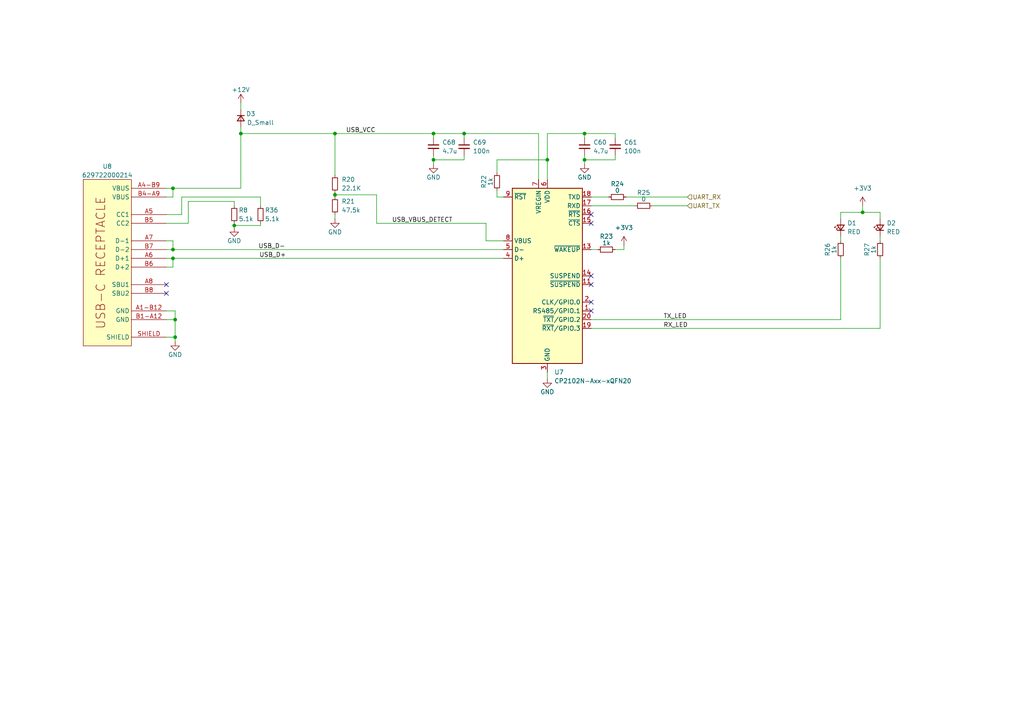
<source format=kicad_sch>
(kicad_sch (version 20211123) (generator eeschema)
  (paper "A4")
  (lib_symbols
    (symbol "Device:C_Small" (pin_numbers hide) (pin_names (offset 0.254) hide)
      (property "Reference" "C" (at 0.254 1.778 0))
      (property "Value" "C_Small" (at 0.254 -2.032 0))
      (symbol "C_Small_0_1"
        (polyline (pts (xy -1.524 -0.508) (xy 1.524 -0.508)) (stroke (width 0.3302)))
        (polyline (pts (xy -1.524 0.508) (xy 1.524 0.508)) (stroke (width 0.3048)))
      )
      (symbol "C_Small_1_1"
        (pin passive line (at 0 2.54 270) (length 2.032) (name "~") (number "1"))
        (pin passive line (at 0 -2.54 90) (length 2.032) (name "~") (number "2"))
      )
    )
    (symbol "Device:D_Small" (pin_numbers hide) (pin_names (offset 0.254) hide)
      (property "Reference" "D" (at -1.27 2.032 0))
      (property "Value" "D_Small" (at -3.81 -2.032 0))
      (symbol "D_Small_0_1"
        (polyline (pts (xy -0.762 -1.016) (xy -0.762 1.016)) (stroke (width 0.254)))
        (polyline (pts (xy -0.762 0) (xy 0.762 0)))
        (polyline (pts (xy 0.762 -1.016) (xy -0.762 0) (xy 0.762 1.016) (xy 0.762 -1.016)) (stroke (width 0.254)))
      )
      (symbol "D_Small_1_1"
        (pin passive line (at -2.54 0 0) (length 1.778) (name "K") (number "1"))
        (pin passive line (at 2.54 0 180) (length 1.778) (name "A") (number "2"))
      )
    )
    (symbol "Device:LED_Small" (pin_numbers hide) (pin_names (offset 0.254) hide)
      (property "Reference" "D" (at -1.27 3.175 0))
      (property "Value" "LED_Small" (at -4.445 -2.54 0))
      (symbol "LED_Small_0_1"
        (polyline (pts (xy -0.762 -1.016) (xy -0.762 1.016)) (stroke (width 0.254)))
        (polyline (pts (xy 1.016 0) (xy -0.762 0)))
        (polyline (pts (xy 0.762 -1.016) (xy -0.762 0) (xy 0.762 1.016) (xy 0.762 -1.016)) (stroke (width 0.254)))
        (polyline (pts (xy 0 0.762) (xy -0.508 1.27) (xy -0.254 1.27) (xy -0.508 1.27) (xy -0.508 1.016)))
        (polyline (pts (xy 0.508 1.27) (xy 0 1.778) (xy 0.254 1.778) (xy 0 1.778) (xy 0 1.524)))
      )
      (symbol "LED_Small_1_1"
        (pin passive line (at -2.54 0 0) (length 1.778) (name "K") (number "1"))
        (pin passive line (at 2.54 0 180) (length 1.778) (name "A") (number "2"))
      )
    )
    (symbol "Device:R_Small" (pin_numbers hide) (pin_names (offset 0.254) hide)
      (property "Reference" "R" (at 0.762 0.508 0))
      (property "Value" "R_Small" (at 0.762 -1.016 0))
      (symbol "R_Small_0_1"
        (rectangle (start -0.762 1.778) (end 0.762 -1.778) (stroke (width 0.2032)))
      )
      (symbol "R_Small_1_1"
        (pin passive line (at 0 2.54 270) (length 0.762) (name "~") (number "1"))
        (pin passive line (at 0 -2.54 90) (length 0.762) (name "~") (number "2"))
      )
    )
    (symbol "Interface_USB:CP2102N-Axx-xQFN20"
      (property "Reference" "U" (at -8.89 26.67 0))
      (property "Value" "CP2102N-Axx-xQFN20" (at 12.7 26.67 0))
      (symbol "CP2102N-Axx-xQFN20_0_1"
        (rectangle (start -10.16 25.4) (end 10.16 -25.4) (stroke (width 0.254)) (fill (type background)))
      )
      (symbol "CP2102N-Axx-xQFN20_1_1"
        (pin bidirectional line (at 12.7 -10.16 180) (length 2.54) (name "RS485/GPIO.1") (number "1"))
        (pin no_connect line (at -10.16 -22.86 0) (length 2.54) hide (name "NC") (number "10"))
        (pin output line (at 12.7 -2.54 180) (length 2.54) (name "~{SUSPEND}") (number "11"))
        (pin passive line (at 0 -27.94 90) (length 2.54) hide (name "GND") (number "12"))
        (pin input line (at 12.7 7.62 180) (length 2.54) (name "~{WAKEUP}") (number "13"))
        (pin output line (at 12.7 0 180) (length 2.54) (name "SUSPEND") (number "14"))
        (pin input line (at 12.7 15.24 180) (length 2.54) (name "~{CTS}") (number "15"))
        (pin output line (at 12.7 17.78 180) (length 2.54) (name "~{RTS}") (number "16"))
        (pin input line (at 12.7 20.32 180) (length 2.54) (name "RXD") (number "17"))
        (pin output line (at 12.7 22.86 180) (length 2.54) (name "TXD") (number "18"))
        (pin bidirectional line (at 12.7 -15.24 180) (length 2.54) (name "~{RXT}/GPIO.3") (number "19"))
        (pin bidirectional line (at 12.7 -7.62 180) (length 2.54) (name "CLK/GPIO.0") (number "2"))
        (pin bidirectional line (at 12.7 -12.7 180) (length 2.54) (name "~{TXT}/GPIO.2") (number "20"))
        (pin passive line (at 0 -27.94 90) (length 2.54) hide (name "GND") (number "21"))
        (pin power_in line (at 0 -27.94 90) (length 2.54) (name "GND") (number "3"))
        (pin bidirectional line (at -12.7 5.08 0) (length 2.54) (name "D+") (number "4"))
        (pin bidirectional line (at -12.7 7.62 0) (length 2.54) (name "D-") (number "5"))
        (pin power_in line (at 0 27.94 270) (length 2.54) (name "VDD") (number "6"))
        (pin power_in line (at -2.54 27.94 270) (length 2.54) (name "VREGIN") (number "7"))
        (pin input line (at -12.7 10.16 0) (length 2.54) (name "VBUS") (number "8"))
        (pin input line (at -12.7 22.86 0) (length 2.54) (name "~{RST}") (number "9"))
      )
    )
    (symbol "power:+12V" (power) (pin_names (offset 0))
      (property "Value" "+12V" (at 0 3.556 0))
      (symbol "+12V_0_1"
        (polyline (pts (xy -0.762 1.27) (xy 0 2.54)))
        (polyline (pts (xy 0 0) (xy 0 2.54)))
        (polyline (pts (xy 0 2.54) (xy 0.762 1.27)))
      )
      (symbol "+12V_1_1"
        (pin power_in line (at 0 0 90) (length 0) hide (name "+12V") (number "1"))
      )
    )
    (symbol "power:+3V3" (power) (pin_names (offset 0))
      (property "Value" "+3V3" (at 0 3.556 0))
      (symbol "+3V3_0_1"
        (polyline (pts (xy -0.762 1.27) (xy 0 2.54)))
        (polyline (pts (xy 0 0) (xy 0 2.54)))
        (polyline (pts (xy 0 2.54) (xy 0.762 1.27)))
      )
      (symbol "+3V3_1_1"
        (pin power_in line (at 0 0 90) (length 0) hide (name "+3V3") (number "1"))
      )
    )
    (symbol "power:GND" (power) (pin_names (offset 0))
      (property "Value" "GND" (at 0 -3.81 0))
      (symbol "GND_0_1"
        (polyline (pts (xy 0 0) (xy 0 -1.27) (xy 1.27 -1.27) (xy 0 -2.54) (xy -1.27 -1.27) (xy 0 -1.27)))
      )
      (symbol "GND_1_1"
        (pin power_in line (at 0 0 270) (length 0) hide (name "GND") (number "1"))
      )
    )
    (symbol "v3s:629722000214"
      (property "Reference" "U" (at -13.97 3.81 0))
      (property "Value" "629722000214" (at -7.62 -46.99 0))
      (symbol "629722000214_0_0"
        (rectangle (start -13.97 2.54) (end 0 -45.72) (fill (type background)))
        (text "USB-C RECEPTACLE" (at -8.89 -21.59 900) (effects (font (size 2.54 2.54))))
      )
      (symbol "629722000214_1_1"
        (pin input line (at 10.16 -35.56 180) (length 10.16) (name "GND") (number "A1-B12"))
        (pin input line (at 10.16 0 180) (length 10.16) (name "VBUS") (number "A4-B9"))
        (pin input line (at 10.16 -7.62 180) (length 10.16) (name "CC1") (number "A5"))
        (pin input line (at 10.16 -20.32 180) (length 10.16) (name "D+1") (number "A6"))
        (pin input line (at 10.16 -15.24 180) (length 10.16) (name "D-1") (number "A7"))
        (pin input line (at 10.16 -27.94 180) (length 10.16) (name "SBU1") (number "A8"))
        (pin input line (at 10.16 -38.1 180) (length 10.16) (name "GND") (number "B1-A12"))
        (pin input line (at 10.16 -2.54 180) (length 10.16) (name "VBUS") (number "B4-A9"))
        (pin input line (at 10.16 -10.16 180) (length 10.16) (name "CC2") (number "B5"))
        (pin input line (at 10.16 -22.86 180) (length 10.16) (name "D+2") (number "B6"))
        (pin input line (at 10.16 -17.78 180) (length 10.16) (name "D-2") (number "B7"))
        (pin input line (at 10.16 -30.48 180) (length 10.16) (name "SBU2") (number "B8"))
        (pin input line (at 10.16 -43.18 180) (length 10.16) (name "SHIELD") (number "SHIELD"))
      )
    )
  )
  (junction (at 169.545 38.735))
  (junction (at 50.8 97.79))
  (junction (at 69.85 38.735))
  (junction (at 50.8 92.71))
  (junction (at 158.75 46.355))
  (junction (at 50.165 72.39))
  (junction (at 97.155 56.515))
  (junction (at 50.165 54.61))
  (junction (at 250.19 61.595))
  (junction (at 169.545 46.355))
  (junction (at 125.73 46.355))
  (junction (at 50.165 74.93))
  (junction (at 97.155 38.735))
  (junction (at 125.73 38.735))
  (junction (at 134.62 38.735))
  (junction (at 67.945 65.405))
  (no_connect (at 48.26 82.55))
  (no_connect (at 48.26 85.09))
  (no_connect (at 171.45 90.17))
  (no_connect (at 171.45 87.63))
  (no_connect (at 171.45 80.01))
  (no_connect (at 171.45 82.55))
  (no_connect (at 171.45 62.23))
  (no_connect (at 171.45 64.77))
  (wire (pts (xy 140.97 69.85) (xy 140.97 64.77)))
  (wire (pts (xy 156.21 38.735) (xy 156.21 52.07)))
  (wire (pts (xy 134.62 38.735) (xy 156.21 38.735)))
  (wire (pts (xy 180.975 72.39) (xy 180.975 71.12)))
  (wire (pts (xy 50.165 72.39) (xy 146.05 72.39)))
  (wire (pts (xy 48.26 97.79) (xy 50.8 97.79)))
  (wire (pts (xy 169.545 46.355) (xy 178.435 46.355)))
  (wire (pts (xy 48.26 57.15) (xy 50.165 57.15)))
  (wire (pts (xy 171.45 95.25) (xy 255.27 95.25)))
  (wire (pts (xy 109.22 64.77) (xy 140.97 64.77)))
  (wire (pts (xy 48.26 77.47) (xy 50.165 77.47)))
  (wire (pts (xy 125.73 46.355) (xy 125.73 47.625)))
  (wire (pts (xy 178.435 72.39) (xy 180.975 72.39)))
  (wire (pts (xy 75.565 57.15) (xy 75.565 59.69)))
  (wire (pts (xy 144.145 57.15) (xy 146.05 57.15)))
  (wire (pts (xy 125.73 38.735) (xy 125.73 40.005)))
  (wire (pts (xy 158.75 38.735) (xy 169.545 38.735)))
  (wire (pts (xy 97.155 56.515) (xy 109.22 56.515)))
  (wire (pts (xy 144.145 50.165) (xy 144.145 46.355)))
  (wire (pts (xy 134.62 38.735) (xy 134.62 40.005)))
  (wire (pts (xy 52.705 57.15) (xy 75.565 57.15)))
  (wire (pts (xy 75.565 65.405) (xy 75.565 64.77)))
  (wire (pts (xy 189.23 59.69) (xy 199.39 59.69)))
  (wire (pts (xy 48.26 90.17) (xy 50.8 90.17)))
  (wire (pts (xy 50.165 69.85) (xy 50.165 72.39)))
  (wire (pts (xy 48.26 54.61) (xy 50.165 54.61)))
  (wire (pts (xy 243.84 61.595) (xy 250.19 61.595)))
  (wire (pts (xy 181.61 57.15) (xy 199.39 57.15)))
  (wire (pts (xy 169.545 45.085) (xy 169.545 46.355)))
  (wire (pts (xy 250.19 59.69) (xy 250.19 61.595)))
  (wire (pts (xy 48.26 74.93) (xy 50.165 74.93)))
  (wire (pts (xy 48.26 69.85) (xy 50.165 69.85)))
  (wire (pts (xy 243.84 68.58) (xy 243.84 69.85)))
  (wire (pts (xy 169.545 46.355) (xy 169.545 47.625)))
  (wire (pts (xy 50.8 90.17) (xy 50.8 92.71)))
  (wire (pts (xy 50.165 74.93) (xy 146.05 74.93)))
  (wire (pts (xy 97.155 55.88) (xy 97.155 56.515)))
  (wire (pts (xy 146.05 69.85) (xy 140.97 69.85)))
  (wire (pts (xy 255.27 61.595) (xy 255.27 63.5)))
  (wire (pts (xy 50.8 97.79) (xy 50.8 99.06)))
  (wire (pts (xy 171.45 72.39) (xy 173.355 72.39)))
  (wire (pts (xy 134.62 46.355) (xy 134.62 45.085)))
  (wire (pts (xy 125.73 45.085) (xy 125.73 46.355)))
  (wire (pts (xy 97.155 38.735) (xy 69.85 38.735)))
  (wire (pts (xy 255.27 95.25) (xy 255.27 74.93)))
  (wire (pts (xy 144.145 46.355) (xy 158.75 46.355)))
  (wire (pts (xy 69.85 29.845) (xy 69.85 31.75)))
  (wire (pts (xy 50.165 54.61) (xy 69.85 54.61)))
  (wire (pts (xy 171.45 59.69) (xy 184.15 59.69)))
  (wire (pts (xy 125.73 38.735) (xy 134.62 38.735)))
  (wire (pts (xy 52.705 62.23) (xy 52.705 57.15)))
  (wire (pts (xy 48.26 62.23) (xy 52.705 62.23)))
  (wire (pts (xy 67.945 65.405) (xy 67.945 66.04)))
  (wire (pts (xy 171.45 57.15) (xy 176.53 57.15)))
  (wire (pts (xy 54.61 58.42) (xy 67.945 58.42)))
  (wire (pts (xy 178.435 46.355) (xy 178.435 45.085)))
  (wire (pts (xy 67.945 65.405) (xy 75.565 65.405)))
  (wire (pts (xy 97.155 62.23) (xy 97.155 63.5)))
  (wire (pts (xy 67.945 64.77) (xy 67.945 65.405)))
  (wire (pts (xy 109.22 56.515) (xy 109.22 64.77)))
  (wire (pts (xy 158.75 46.355) (xy 158.75 52.07)))
  (wire (pts (xy 125.73 38.735) (xy 97.155 38.735)))
  (wire (pts (xy 48.26 92.71) (xy 50.8 92.71)))
  (wire (pts (xy 243.84 63.5) (xy 243.84 61.595)))
  (wire (pts (xy 169.545 38.735) (xy 178.435 38.735)))
  (wire (pts (xy 50.165 77.47) (xy 50.165 74.93)))
  (wire (pts (xy 250.19 61.595) (xy 255.27 61.595)))
  (wire (pts (xy 243.84 92.71) (xy 243.84 74.93)))
  (wire (pts (xy 67.945 58.42) (xy 67.945 59.69)))
  (wire (pts (xy 171.45 92.71) (xy 243.84 92.71)))
  (wire (pts (xy 158.75 107.95) (xy 158.75 109.855)))
  (wire (pts (xy 50.8 92.71) (xy 50.8 97.79)))
  (wire (pts (xy 178.435 38.735) (xy 178.435 40.005)))
  (wire (pts (xy 169.545 38.735) (xy 169.545 40.005)))
  (wire (pts (xy 97.155 38.735) (xy 97.155 50.8)))
  (wire (pts (xy 97.155 56.515) (xy 97.155 57.15)))
  (wire (pts (xy 69.85 54.61) (xy 69.85 38.735)))
  (wire (pts (xy 125.73 46.355) (xy 134.62 46.355)))
  (wire (pts (xy 255.27 68.58) (xy 255.27 69.85)))
  (wire (pts (xy 48.26 72.39) (xy 50.165 72.39)))
  (wire (pts (xy 54.61 64.77) (xy 54.61 58.42)))
  (wire (pts (xy 158.75 38.735) (xy 158.75 46.355)))
  (wire (pts (xy 144.145 55.245) (xy 144.145 57.15)))
  (wire (pts (xy 69.85 36.83) (xy 69.85 38.735)))
  (wire (pts (xy 48.26 64.77) (xy 54.61 64.77)))
  (wire (pts (xy 50.165 57.15) (xy 50.165 54.61)))
  (label "USB_VBUS_DETECT" (at 113.665 64.77 0))
  (label "USB_D+" (at 75.184 74.93 0))
  (label "USB_VCC" (at 100.33 38.735 0))
  (label "RX_LED" (at 192.405 95.25 0))
  (label "USB_D-" (at 74.93 72.39 0))
  (label "TX_LED" (at 192.405 92.71 0))
  (hierarchical_label "UART_TX" (shape input) (at 199.39 59.69 0))
  (hierarchical_label "UART_RX" (shape input) (at 199.39 57.15 0))
  (symbol (lib_id "Device:D_Small") (at 69.85 34.29 270) (unit 1)
    (property "Reference" "D3" (at 71.374 33.02 90) (effects (justify left)))
    (property "Value" "D_Small" (at 71.628 35.56 90) (effects (justify left)))
    (property "Footprint" "Diode_SMD:D_SMA" (effects hide))
  )
  (symbol (lib_id "power:+3V3") (at 180.975 71.12 0) (unit 1)
    (property "Reference" "#PWR0166" (effects hide))
    (property "Value" "+3V3" (at 180.975 66.04 0))
  )
  (symbol (lib_id "Device:C_Small") (at 134.62 42.545 0) (unit 1)
    (property "Reference" "C69" (at 137.16 41.2812 0) (effects (justify left)))
    (property "Value" "100n" (at 137.16 43.8212 0) (effects (justify left)))
    (property "Footprint" "Capacitor_SMD:C_0603_1608Metric" (effects hide))
  )
  (symbol (lib_id "Device:R_Small") (at 97.155 53.34 0) (unit 1)
    (property "Reference" "R20" (at 99.06 52.0699 0) (effects (justify left)))
    (property "Value" "22.1K" (at 99.06 54.6099 0) (effects (justify left)))
    (property "Footprint" "Resistor_SMD:R_0603_1608Metric" (effects hide))
  )
  (symbol (lib_id "Device:R_Small") (at 175.895 72.39 90) (unit 1)
    (property "Reference" "R23" (at 175.895 68.58 90))
    (property "Value" "1k" (at 175.895 70.485 90))
    (property "Footprint" "Resistor_SMD:R_0603_1608Metric" (effects hide))
  )
  (symbol (lib_id "v3s:629722000214") (at 38.1 54.61 0) (unit 1)
    (property "Reference" "U8" (at 31.115 48.26 0))
    (property "Value" "629722000214" (at 31.115 50.8 0))
    (property "Footprint" "v3s:629722000214" (effects hide))
    (property "Datasheet" "https://www.we-online.com/catalog/datasheet/629722000214.pdf" (effects hide))
  )
  (symbol (lib_id "power:GND") (at 67.945 66.04 0) (unit 1)
    (property "Reference" "#PWR0183" (effects hide))
    (property "Value" "GND" (at 67.945 69.85 0))
  )
  (symbol (lib_id "Device:R_Small") (at 179.07 57.15 90) (unit 1)
    (property "Reference" "R24" (at 179.07 53.34 90))
    (property "Value" "0" (at 179.07 55.245 90))
    (property "Footprint" "Resistor_SMD:R_0603_1608Metric" (effects hide))
  )
  (symbol (lib_id "Device:R_Small") (at 67.945 62.23 0) (unit 1)
    (property "Reference" "R8" (at 69.215 60.96 0) (effects (justify left)))
    (property "Value" "5.1k" (at 69.215 63.5 0) (effects (justify left)))
    (property "Footprint" "Resistor_SMD:R_0603_1608Metric" (effects hide))
  )
  (symbol (lib_id "power:GND") (at 50.8 99.06 0) (unit 1)
    (property "Reference" "#PWR0163" (effects hide))
    (property "Value" "GND" (at 50.8 102.87 0))
  )
  (symbol (lib_id "Device:R_Small") (at 97.155 59.69 0) (unit 1)
    (property "Reference" "R21" (at 99.06 58.4199 0) (effects (justify left)))
    (property "Value" "47.5k" (at 99.06 60.9599 0) (effects (justify left)))
    (property "Footprint" "Resistor_SMD:R_0603_1608Metric" (effects hide))
  )
  (symbol (lib_id "Interface_USB:CP2102N-Axx-xQFN20") (at 158.75 80.01 0) (unit 1)
    (property "Reference" "U7" (at 160.7694 107.95 0) (effects (justify left)))
    (property "Value" "CP2102N-Axx-xQFN20" (at 160.7694 110.49 0) (effects (justify left)))
    (property "Footprint" "Package_DFN_QFN:SiliconLabs_QFN-20-1EP_3x3mm_P0.5mm_EP1.8x1.8mm" (effects hide))
    (property "Datasheet" "https://www.silabs.com/documents/public/data-sheets/cp2102n-datasheet.pdf" (effects hide))
  )
  (symbol (lib_id "Device:C_Small") (at 169.545 42.545 0) (unit 1)
    (property "Reference" "C60" (at 172.085 41.2812 0) (effects (justify left)))
    (property "Value" "4.7u" (at 172.085 43.8212 0) (effects (justify left)))
    (property "Footprint" "Capacitor_SMD:C_0603_1608Metric" (effects hide))
  )
  (symbol (lib_id "Device:R_Small") (at 243.84 72.39 180) (unit 1)
    (property "Reference" "R26" (at 240.03 72.39 90))
    (property "Value" "1k" (at 241.935 72.39 90))
    (property "Footprint" "Resistor_SMD:R_0603_1608Metric" (effects hide))
  )
  (symbol (lib_id "power:GND") (at 97.155 63.5 0) (unit 1)
    (property "Reference" "#PWR0164" (effects hide))
    (property "Value" "GND" (at 97.155 67.31 0))
  )
  (symbol (lib_id "Device:LED_Small") (at 255.27 66.04 90) (unit 1)
    (property "Reference" "D2" (at 257.175 64.7064 90) (effects (justify right)))
    (property "Value" "RED" (at 257.175 67.2464 90) (effects (justify right)))
    (property "Footprint" "LED_SMD:LED_0805_2012Metric" (effects hide))
  )
  (symbol (lib_id "power:GND") (at 125.73 47.625 0) (unit 1)
    (property "Reference" "#PWR01" (effects hide))
    (property "Value" "GND" (at 125.73 51.435 0))
  )
  (symbol (lib_id "Device:R_Small") (at 255.27 72.39 180) (unit 1)
    (property "Reference" "R27" (at 251.46 72.39 90))
    (property "Value" "1k" (at 253.365 72.39 90))
    (property "Footprint" "Resistor_SMD:R_0603_1608Metric" (effects hide))
  )
  (symbol (lib_id "Device:R_Small") (at 75.565 62.23 0) (unit 1)
    (property "Reference" "R36" (at 76.835 60.96 0) (effects (justify left)))
    (property "Value" "5.1k" (at 76.835 63.5 0) (effects (justify left)))
    (property "Footprint" "Resistor_SMD:R_0603_1608Metric" (effects hide))
  )
  (symbol (lib_id "power:GND") (at 158.75 109.855 0) (unit 1)
    (property "Reference" "#PWR0167" (effects hide))
    (property "Value" "GND" (at 158.75 113.665 0))
  )
  (symbol (lib_id "Device:C_Small") (at 178.435 42.545 0) (unit 1)
    (property "Reference" "C61" (at 180.975 41.2812 0) (effects (justify left)))
    (property "Value" "100n" (at 180.975 43.8212 0) (effects (justify left)))
    (property "Footprint" "Capacitor_SMD:C_0603_1608Metric" (effects hide))
  )
  (symbol (lib_id "Device:R_Small") (at 186.69 59.69 90) (unit 1)
    (property "Reference" "R25" (at 186.69 55.88 90))
    (property "Value" "0" (at 186.69 57.785 90))
    (property "Footprint" "Resistor_SMD:R_0603_1608Metric" (effects hide))
  )
  (symbol (lib_id "power:+12V") (at 69.85 29.845 0) (unit 1)
    (property "Reference" "#PWR0178" (effects hide))
    (property "Value" "+12V" (at 69.85 26.035 0))
  )
  (symbol (lib_id "power:GND") (at 169.545 47.625 0) (unit 1)
    (property "Reference" "#PWR0161" (effects hide))
    (property "Value" "GND" (at 169.545 51.435 0))
  )
  (symbol (lib_id "Device:LED_Small") (at 243.84 66.04 90) (unit 1)
    (property "Reference" "D1" (at 245.745 64.7064 90) (effects (justify right)))
    (property "Value" "RED" (at 245.745 67.2464 90) (effects (justify right)))
    (property "Footprint" "LED_SMD:LED_0805_2012Metric" (effects hide))
  )
  (symbol (lib_id "power:+3V3") (at 250.19 59.69 0) (unit 1)
    (property "Reference" "#PWR0165" (effects hide))
    (property "Value" "+3V3" (at 250.19 54.61 0))
  )
  (symbol (lib_id "Device:R_Small") (at 144.145 52.705 180) (unit 1)
    (property "Reference" "R22" (at 140.335 52.705 90))
    (property "Value" "1k" (at 142.24 52.705 90))
    (property "Footprint" "Resistor_SMD:R_0603_1608Metric" (effects hide))
  )
  (symbol (lib_id "Device:C_Small") (at 125.73 42.545 0) (unit 1)
    (property "Reference" "C68" (at 128.27 41.2812 0) (effects (justify left)))
    (property "Value" "4.7u" (at 128.27 43.8212 0) (effects (justify left)))
    (property "Footprint" "Capacitor_SMD:C_0603_1608Metric" (effects hide))
  )
)
</source>
